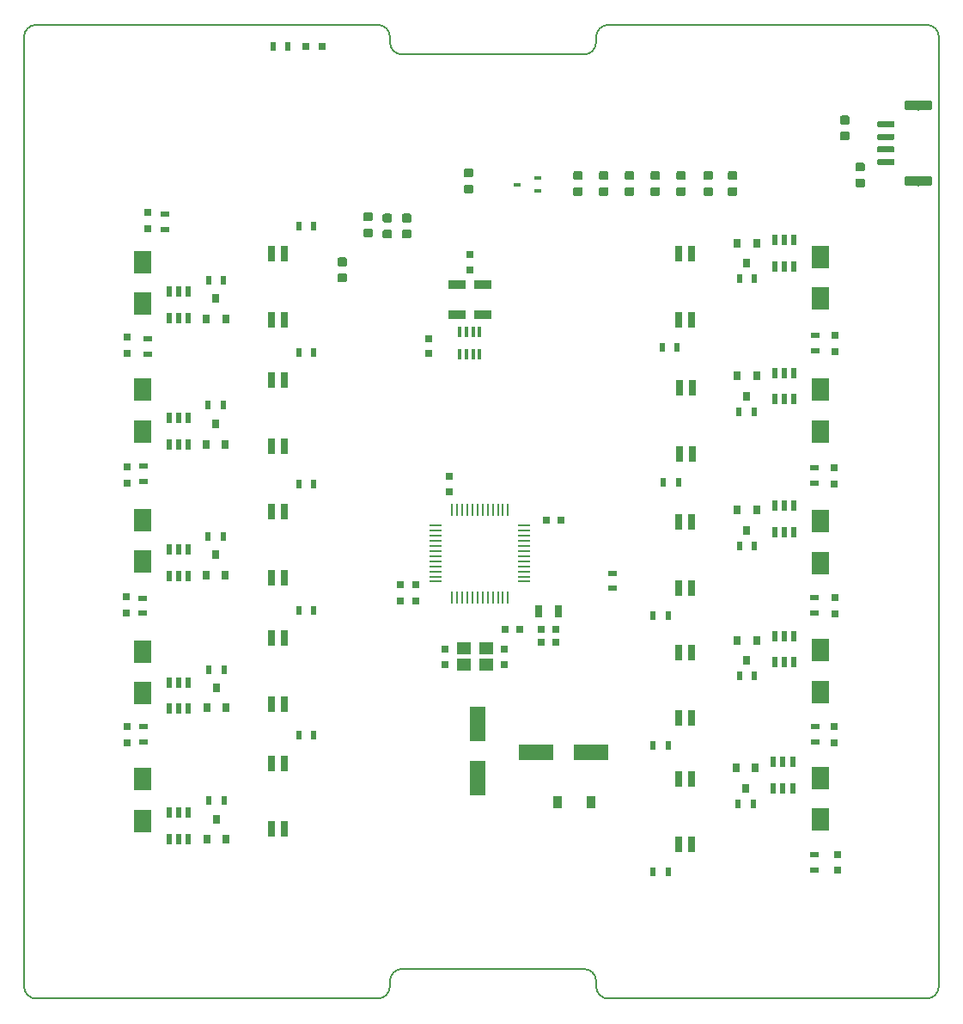
<source format=gbr>
%TF.GenerationSoftware,KiCad,Pcbnew,(5.0.1-3-g963ef8bb5)*%
%TF.CreationDate,2019-04-30T16:07:28+02:00*%
%TF.ProjectId,OIBUS_MOSFET_driver_module,4F494255535F4D4F534645545F647269,rev?*%
%TF.SameCoordinates,Original*%
%TF.FileFunction,Paste,Top*%
%TF.FilePolarity,Positive*%
%FSLAX46Y46*%
G04 Gerber Fmt 4.6, Leading zero omitted, Abs format (unit mm)*
G04 Created by KiCad (PCBNEW (5.0.1-3-g963ef8bb5)) date 2019 April 30, Tuesday 16:07:28*
%MOMM*%
%LPD*%
G01*
G04 APERTURE LIST*
%ADD10C,0.200000*%
%ADD11C,0.150000*%
%ADD12C,1.000000*%
%ADD13C,0.600000*%
%ADD14R,0.750000X0.800000*%
%ADD15R,1.400000X1.200000*%
%ADD16R,1.700000X2.250000*%
%ADD17R,3.500000X1.600000*%
%ADD18R,1.600000X3.500000*%
%ADD19R,0.800000X0.750000*%
%ADD20R,0.700000X0.450000*%
%ADD21R,0.900000X1.200000*%
%ADD22R,0.900000X0.500000*%
%ADD23R,0.700000X1.300000*%
%ADD24R,0.800000X0.800000*%
%ADD25R,0.500000X0.900000*%
%ADD26R,1.700000X0.900000*%
%ADD27R,0.550000X1.050000*%
%ADD28R,0.400000X1.060000*%
%ADD29R,0.250000X1.300000*%
%ADD30R,1.300000X0.250000*%
%ADD31C,0.875000*%
%ADD32R,0.650000X1.650000*%
%ADD33R,0.800000X0.900000*%
G04 APERTURE END LIST*
D10*
X138557000Y-44248000D02*
X138557000Y-137737999D01*
X138557000Y-137737999D02*
G75*
G02X137357000Y-138937999I-1200000J0D01*
G01*
X48387000Y-137738000D02*
X48387000Y-79629000D01*
X49587000Y-138938000D02*
G75*
G02X48387000Y-137738000I0J1200000D01*
G01*
X83257000Y-138937999D02*
X49587000Y-138938000D01*
X84457000Y-137737999D02*
G75*
G02X83257000Y-138937999I-1200000J0D01*
G01*
X84457000Y-137217999D02*
X84457000Y-137737999D01*
X84457000Y-137217999D02*
G75*
G02X85657000Y-136017999I1200000J0D01*
G01*
X103577000Y-136017999D02*
X85657000Y-136017999D01*
X105977000Y-138937999D02*
G75*
G02X104777000Y-137737999I0J1200000D01*
G01*
X137357000Y-138937999D02*
X105977000Y-138937999D01*
X103577000Y-136017999D02*
G75*
G02X104777000Y-137217999I0J-1200000D01*
G01*
X104777000Y-137737999D02*
X104777000Y-137217999D01*
X137357000Y-43048000D02*
G75*
G02X138557000Y-44248000I0J-1200000D01*
G01*
X105977000Y-43048000D02*
X137357000Y-43048000D01*
X104777000Y-44248000D02*
G75*
G02X105977000Y-43048000I1200000J0D01*
G01*
X104777000Y-44768035D02*
X104777000Y-44248000D01*
X104777000Y-44768035D02*
G75*
G02X103577000Y-45968035I-1200000J0D01*
G01*
X85657000Y-45968032D02*
X103577000Y-45968035D01*
X85657000Y-45968032D02*
G75*
G02X84457001Y-44768032I1J1200000D01*
G01*
X84457000Y-44248030D02*
X84457001Y-44768032D01*
X83257001Y-43048030D02*
G75*
G02X84457000Y-44248030I-1J-1200000D01*
G01*
X49587001Y-43048001D02*
X83257001Y-43048030D01*
X48387000Y-44248001D02*
G75*
G02X49587001Y-43048001I1200000J0D01*
G01*
X48386999Y-79658000D02*
X48387000Y-44248001D01*
D11*
G36*
X137676164Y-50477644D02*
X137700433Y-50481244D01*
X137724231Y-50487205D01*
X137747331Y-50495470D01*
X137769509Y-50505960D01*
X137790553Y-50518573D01*
X137810258Y-50533187D01*
X137828437Y-50549663D01*
X137844913Y-50567842D01*
X137859527Y-50587547D01*
X137872140Y-50608591D01*
X137882630Y-50630769D01*
X137890895Y-50653869D01*
X137896856Y-50677667D01*
X137900456Y-50701936D01*
X137901660Y-50726440D01*
X137901660Y-51226440D01*
X137900456Y-51250944D01*
X137896856Y-51275213D01*
X137890895Y-51299011D01*
X137882630Y-51322111D01*
X137872140Y-51344289D01*
X137859527Y-51365333D01*
X137844913Y-51385038D01*
X137828437Y-51403217D01*
X137810258Y-51419693D01*
X137790553Y-51434307D01*
X137769509Y-51446920D01*
X137747331Y-51457410D01*
X137724231Y-51465675D01*
X137700433Y-51471636D01*
X137676164Y-51475236D01*
X137651660Y-51476440D01*
X135451660Y-51476440D01*
X135427156Y-51475236D01*
X135402887Y-51471636D01*
X135379089Y-51465675D01*
X135355989Y-51457410D01*
X135333811Y-51446920D01*
X135312767Y-51434307D01*
X135293062Y-51419693D01*
X135274883Y-51403217D01*
X135258407Y-51385038D01*
X135243793Y-51365333D01*
X135231180Y-51344289D01*
X135220690Y-51322111D01*
X135212425Y-51299011D01*
X135206464Y-51275213D01*
X135202864Y-51250944D01*
X135201660Y-51226440D01*
X135201660Y-50726440D01*
X135202864Y-50701936D01*
X135206464Y-50677667D01*
X135212425Y-50653869D01*
X135220690Y-50630769D01*
X135231180Y-50608591D01*
X135243793Y-50587547D01*
X135258407Y-50567842D01*
X135274883Y-50549663D01*
X135293062Y-50533187D01*
X135312767Y-50518573D01*
X135333811Y-50505960D01*
X135355989Y-50495470D01*
X135379089Y-50487205D01*
X135402887Y-50481244D01*
X135427156Y-50477644D01*
X135451660Y-50476440D01*
X137651660Y-50476440D01*
X137676164Y-50477644D01*
X137676164Y-50477644D01*
G37*
D12*
X136551660Y-50976440D03*
D11*
G36*
X137676164Y-57927644D02*
X137700433Y-57931244D01*
X137724231Y-57937205D01*
X137747331Y-57945470D01*
X137769509Y-57955960D01*
X137790553Y-57968573D01*
X137810258Y-57983187D01*
X137828437Y-57999663D01*
X137844913Y-58017842D01*
X137859527Y-58037547D01*
X137872140Y-58058591D01*
X137882630Y-58080769D01*
X137890895Y-58103869D01*
X137896856Y-58127667D01*
X137900456Y-58151936D01*
X137901660Y-58176440D01*
X137901660Y-58676440D01*
X137900456Y-58700944D01*
X137896856Y-58725213D01*
X137890895Y-58749011D01*
X137882630Y-58772111D01*
X137872140Y-58794289D01*
X137859527Y-58815333D01*
X137844913Y-58835038D01*
X137828437Y-58853217D01*
X137810258Y-58869693D01*
X137790553Y-58884307D01*
X137769509Y-58896920D01*
X137747331Y-58907410D01*
X137724231Y-58915675D01*
X137700433Y-58921636D01*
X137676164Y-58925236D01*
X137651660Y-58926440D01*
X135451660Y-58926440D01*
X135427156Y-58925236D01*
X135402887Y-58921636D01*
X135379089Y-58915675D01*
X135355989Y-58907410D01*
X135333811Y-58896920D01*
X135312767Y-58884307D01*
X135293062Y-58869693D01*
X135274883Y-58853217D01*
X135258407Y-58835038D01*
X135243793Y-58815333D01*
X135231180Y-58794289D01*
X135220690Y-58772111D01*
X135212425Y-58749011D01*
X135206464Y-58725213D01*
X135202864Y-58700944D01*
X135201660Y-58676440D01*
X135201660Y-58176440D01*
X135202864Y-58151936D01*
X135206464Y-58127667D01*
X135212425Y-58103869D01*
X135220690Y-58080769D01*
X135231180Y-58058591D01*
X135243793Y-58037547D01*
X135258407Y-58017842D01*
X135274883Y-57999663D01*
X135293062Y-57983187D01*
X135312767Y-57968573D01*
X135333811Y-57955960D01*
X135355989Y-57945470D01*
X135379089Y-57937205D01*
X135402887Y-57931244D01*
X135427156Y-57927644D01*
X135451660Y-57926440D01*
X137651660Y-57926440D01*
X137676164Y-57927644D01*
X137676164Y-57927644D01*
G37*
D12*
X136551660Y-58426440D03*
D11*
G36*
X134066363Y-52527162D02*
X134080924Y-52529322D01*
X134095203Y-52532899D01*
X134109063Y-52537858D01*
X134122370Y-52544152D01*
X134134996Y-52551720D01*
X134146819Y-52560488D01*
X134157726Y-52570374D01*
X134167612Y-52581281D01*
X134176380Y-52593104D01*
X134183948Y-52605730D01*
X134190242Y-52619037D01*
X134195201Y-52632897D01*
X134198778Y-52647176D01*
X134200938Y-52661737D01*
X134201660Y-52676440D01*
X134201660Y-52976440D01*
X134200938Y-52991143D01*
X134198778Y-53005704D01*
X134195201Y-53019983D01*
X134190242Y-53033843D01*
X134183948Y-53047150D01*
X134176380Y-53059776D01*
X134167612Y-53071599D01*
X134157726Y-53082506D01*
X134146819Y-53092392D01*
X134134996Y-53101160D01*
X134122370Y-53108728D01*
X134109063Y-53115022D01*
X134095203Y-53119981D01*
X134080924Y-53123558D01*
X134066363Y-53125718D01*
X134051660Y-53126440D01*
X132651660Y-53126440D01*
X132636957Y-53125718D01*
X132622396Y-53123558D01*
X132608117Y-53119981D01*
X132594257Y-53115022D01*
X132580950Y-53108728D01*
X132568324Y-53101160D01*
X132556501Y-53092392D01*
X132545594Y-53082506D01*
X132535708Y-53071599D01*
X132526940Y-53059776D01*
X132519372Y-53047150D01*
X132513078Y-53033843D01*
X132508119Y-53019983D01*
X132504542Y-53005704D01*
X132502382Y-52991143D01*
X132501660Y-52976440D01*
X132501660Y-52676440D01*
X132502382Y-52661737D01*
X132504542Y-52647176D01*
X132508119Y-52632897D01*
X132513078Y-52619037D01*
X132519372Y-52605730D01*
X132526940Y-52593104D01*
X132535708Y-52581281D01*
X132545594Y-52570374D01*
X132556501Y-52560488D01*
X132568324Y-52551720D01*
X132580950Y-52544152D01*
X132594257Y-52537858D01*
X132608117Y-52532899D01*
X132622396Y-52529322D01*
X132636957Y-52527162D01*
X132651660Y-52526440D01*
X134051660Y-52526440D01*
X134066363Y-52527162D01*
X134066363Y-52527162D01*
G37*
D13*
X133351660Y-52826440D03*
D11*
G36*
X134066363Y-53777162D02*
X134080924Y-53779322D01*
X134095203Y-53782899D01*
X134109063Y-53787858D01*
X134122370Y-53794152D01*
X134134996Y-53801720D01*
X134146819Y-53810488D01*
X134157726Y-53820374D01*
X134167612Y-53831281D01*
X134176380Y-53843104D01*
X134183948Y-53855730D01*
X134190242Y-53869037D01*
X134195201Y-53882897D01*
X134198778Y-53897176D01*
X134200938Y-53911737D01*
X134201660Y-53926440D01*
X134201660Y-54226440D01*
X134200938Y-54241143D01*
X134198778Y-54255704D01*
X134195201Y-54269983D01*
X134190242Y-54283843D01*
X134183948Y-54297150D01*
X134176380Y-54309776D01*
X134167612Y-54321599D01*
X134157726Y-54332506D01*
X134146819Y-54342392D01*
X134134996Y-54351160D01*
X134122370Y-54358728D01*
X134109063Y-54365022D01*
X134095203Y-54369981D01*
X134080924Y-54373558D01*
X134066363Y-54375718D01*
X134051660Y-54376440D01*
X132651660Y-54376440D01*
X132636957Y-54375718D01*
X132622396Y-54373558D01*
X132608117Y-54369981D01*
X132594257Y-54365022D01*
X132580950Y-54358728D01*
X132568324Y-54351160D01*
X132556501Y-54342392D01*
X132545594Y-54332506D01*
X132535708Y-54321599D01*
X132526940Y-54309776D01*
X132519372Y-54297150D01*
X132513078Y-54283843D01*
X132508119Y-54269983D01*
X132504542Y-54255704D01*
X132502382Y-54241143D01*
X132501660Y-54226440D01*
X132501660Y-53926440D01*
X132502382Y-53911737D01*
X132504542Y-53897176D01*
X132508119Y-53882897D01*
X132513078Y-53869037D01*
X132519372Y-53855730D01*
X132526940Y-53843104D01*
X132535708Y-53831281D01*
X132545594Y-53820374D01*
X132556501Y-53810488D01*
X132568324Y-53801720D01*
X132580950Y-53794152D01*
X132594257Y-53787858D01*
X132608117Y-53782899D01*
X132622396Y-53779322D01*
X132636957Y-53777162D01*
X132651660Y-53776440D01*
X134051660Y-53776440D01*
X134066363Y-53777162D01*
X134066363Y-53777162D01*
G37*
D13*
X133351660Y-54076440D03*
D11*
G36*
X134066363Y-55027162D02*
X134080924Y-55029322D01*
X134095203Y-55032899D01*
X134109063Y-55037858D01*
X134122370Y-55044152D01*
X134134996Y-55051720D01*
X134146819Y-55060488D01*
X134157726Y-55070374D01*
X134167612Y-55081281D01*
X134176380Y-55093104D01*
X134183948Y-55105730D01*
X134190242Y-55119037D01*
X134195201Y-55132897D01*
X134198778Y-55147176D01*
X134200938Y-55161737D01*
X134201660Y-55176440D01*
X134201660Y-55476440D01*
X134200938Y-55491143D01*
X134198778Y-55505704D01*
X134195201Y-55519983D01*
X134190242Y-55533843D01*
X134183948Y-55547150D01*
X134176380Y-55559776D01*
X134167612Y-55571599D01*
X134157726Y-55582506D01*
X134146819Y-55592392D01*
X134134996Y-55601160D01*
X134122370Y-55608728D01*
X134109063Y-55615022D01*
X134095203Y-55619981D01*
X134080924Y-55623558D01*
X134066363Y-55625718D01*
X134051660Y-55626440D01*
X132651660Y-55626440D01*
X132636957Y-55625718D01*
X132622396Y-55623558D01*
X132608117Y-55619981D01*
X132594257Y-55615022D01*
X132580950Y-55608728D01*
X132568324Y-55601160D01*
X132556501Y-55592392D01*
X132545594Y-55582506D01*
X132535708Y-55571599D01*
X132526940Y-55559776D01*
X132519372Y-55547150D01*
X132513078Y-55533843D01*
X132508119Y-55519983D01*
X132504542Y-55505704D01*
X132502382Y-55491143D01*
X132501660Y-55476440D01*
X132501660Y-55176440D01*
X132502382Y-55161737D01*
X132504542Y-55147176D01*
X132508119Y-55132897D01*
X132513078Y-55119037D01*
X132519372Y-55105730D01*
X132526940Y-55093104D01*
X132535708Y-55081281D01*
X132545594Y-55070374D01*
X132556501Y-55060488D01*
X132568324Y-55051720D01*
X132580950Y-55044152D01*
X132594257Y-55037858D01*
X132608117Y-55032899D01*
X132622396Y-55029322D01*
X132636957Y-55027162D01*
X132651660Y-55026440D01*
X134051660Y-55026440D01*
X134066363Y-55027162D01*
X134066363Y-55027162D01*
G37*
D13*
X133351660Y-55326440D03*
D11*
G36*
X134066363Y-56277162D02*
X134080924Y-56279322D01*
X134095203Y-56282899D01*
X134109063Y-56287858D01*
X134122370Y-56294152D01*
X134134996Y-56301720D01*
X134146819Y-56310488D01*
X134157726Y-56320374D01*
X134167612Y-56331281D01*
X134176380Y-56343104D01*
X134183948Y-56355730D01*
X134190242Y-56369037D01*
X134195201Y-56382897D01*
X134198778Y-56397176D01*
X134200938Y-56411737D01*
X134201660Y-56426440D01*
X134201660Y-56726440D01*
X134200938Y-56741143D01*
X134198778Y-56755704D01*
X134195201Y-56769983D01*
X134190242Y-56783843D01*
X134183948Y-56797150D01*
X134176380Y-56809776D01*
X134167612Y-56821599D01*
X134157726Y-56832506D01*
X134146819Y-56842392D01*
X134134996Y-56851160D01*
X134122370Y-56858728D01*
X134109063Y-56865022D01*
X134095203Y-56869981D01*
X134080924Y-56873558D01*
X134066363Y-56875718D01*
X134051660Y-56876440D01*
X132651660Y-56876440D01*
X132636957Y-56875718D01*
X132622396Y-56873558D01*
X132608117Y-56869981D01*
X132594257Y-56865022D01*
X132580950Y-56858728D01*
X132568324Y-56851160D01*
X132556501Y-56842392D01*
X132545594Y-56832506D01*
X132535708Y-56821599D01*
X132526940Y-56809776D01*
X132519372Y-56797150D01*
X132513078Y-56783843D01*
X132508119Y-56769983D01*
X132504542Y-56755704D01*
X132502382Y-56741143D01*
X132501660Y-56726440D01*
X132501660Y-56426440D01*
X132502382Y-56411737D01*
X132504542Y-56397176D01*
X132508119Y-56382897D01*
X132513078Y-56369037D01*
X132519372Y-56355730D01*
X132526940Y-56343104D01*
X132535708Y-56331281D01*
X132545594Y-56320374D01*
X132556501Y-56310488D01*
X132568324Y-56301720D01*
X132580950Y-56294152D01*
X132594257Y-56287858D01*
X132608117Y-56282899D01*
X132622396Y-56279322D01*
X132636957Y-56277162D01*
X132651660Y-56276440D01*
X134051660Y-56276440D01*
X134066363Y-56277162D01*
X134066363Y-56277162D01*
G37*
D13*
X133351660Y-56576440D03*
D14*
X89916000Y-106033000D03*
X89916000Y-104533000D03*
D15*
X91737000Y-104483000D03*
X93937000Y-104483000D03*
X93937000Y-106083000D03*
X91737000Y-106083000D03*
D16*
X60071000Y-70503000D03*
X60071000Y-66403000D03*
D17*
X98900000Y-114681000D03*
X104300000Y-114681000D03*
D18*
X93091000Y-117254000D03*
X93091000Y-111854000D03*
D14*
X92329000Y-65671000D03*
X92329000Y-67171000D03*
X88265000Y-73926000D03*
X88265000Y-75426000D03*
X95758000Y-104533000D03*
X95758000Y-106033000D03*
D19*
X95770000Y-102616000D03*
X97270000Y-102616000D03*
X85483000Y-99822000D03*
X86983000Y-99822000D03*
D14*
X90297000Y-87515000D03*
X90297000Y-89015000D03*
D19*
X86983000Y-98171000D03*
X85483000Y-98171000D03*
X101334000Y-91821000D03*
X99834000Y-91821000D03*
X100826000Y-102539800D03*
X99326000Y-102539800D03*
X99326000Y-103886000D03*
X100826000Y-103886000D03*
D16*
X126873000Y-104630000D03*
X126873000Y-108730000D03*
X126873000Y-121303000D03*
X126873000Y-117203000D03*
X126873000Y-69995000D03*
X126873000Y-65895000D03*
X126873000Y-96030000D03*
X126873000Y-91930000D03*
X60071000Y-91803000D03*
X60071000Y-95903000D03*
X60071000Y-121430000D03*
X60071000Y-117330000D03*
X60071000Y-108857000D03*
X60071000Y-104757000D03*
D20*
X97018600Y-58775600D03*
X99018600Y-58125600D03*
X99018600Y-59425600D03*
D21*
X100966000Y-119634000D03*
X104266000Y-119634000D03*
D16*
X126873000Y-78976000D03*
X126873000Y-83076000D03*
X60071000Y-78976000D03*
X60071000Y-83076000D03*
D22*
X106426000Y-97040000D03*
X106426000Y-98540000D03*
D23*
X99126000Y-100838000D03*
X101026000Y-100838000D03*
D24*
X128270000Y-112128400D03*
X128270000Y-113728400D03*
X128574800Y-126326800D03*
X128574800Y-124726800D03*
X128320800Y-75196600D03*
X128320800Y-73596600D03*
X128295400Y-101053800D03*
X128295400Y-99453800D03*
X60604400Y-61557000D03*
X60604400Y-63157000D03*
X58572400Y-86601400D03*
X58572400Y-88201400D03*
X58547000Y-113728400D03*
X58547000Y-112128400D03*
X58470800Y-101003000D03*
X58470800Y-99403000D03*
X76162000Y-45212000D03*
X77762000Y-45212000D03*
X128270000Y-86677600D03*
X128270000Y-88277600D03*
X58521600Y-75425200D03*
X58521600Y-73825200D03*
D22*
X126339600Y-112153000D03*
X126339600Y-113653000D03*
D25*
X118884000Y-107188000D03*
X120384000Y-107188000D03*
D22*
X126288800Y-126302200D03*
X126288800Y-124802200D03*
D25*
X120257000Y-119761000D03*
X118757000Y-119761000D03*
D22*
X126415800Y-73646600D03*
X126415800Y-75146600D03*
D25*
X118884000Y-68072000D03*
X120384000Y-68072000D03*
D22*
X126263400Y-100978400D03*
X126263400Y-99478400D03*
D25*
X120384000Y-94361000D03*
X118884000Y-94361000D03*
D22*
X62280800Y-61683200D03*
X62280800Y-63183200D03*
D25*
X68060000Y-68199000D03*
X66560000Y-68199000D03*
D22*
X60198000Y-86524400D03*
X60198000Y-88024400D03*
D25*
X66540238Y-93452488D03*
X68040238Y-93452488D03*
D22*
X60198000Y-113653000D03*
X60198000Y-112153000D03*
D25*
X68122620Y-119456583D03*
X66622620Y-119456583D03*
D22*
X60121800Y-99503800D03*
X60121800Y-101003800D03*
D25*
X66598866Y-106530810D03*
X68098866Y-106530810D03*
X111875000Y-114046000D03*
X110375000Y-114046000D03*
X111875000Y-126492000D03*
X110375000Y-126492000D03*
X112764000Y-74803000D03*
X111264000Y-74803000D03*
X110375000Y-101219000D03*
X111875000Y-101219000D03*
X75450000Y-62865000D03*
X76950000Y-62865000D03*
X76950000Y-88265000D03*
X75450000Y-88265000D03*
X76950000Y-113030000D03*
X75450000Y-113030000D03*
X75450000Y-100711000D03*
X76950000Y-100711000D03*
D26*
X91059000Y-68654000D03*
X91059000Y-71554000D03*
X93599000Y-68654000D03*
X93599000Y-71554000D03*
D25*
X72910000Y-45212000D03*
X74410000Y-45212000D03*
D22*
X126288800Y-86702200D03*
X126288800Y-88202200D03*
X60553600Y-75476800D03*
X60553600Y-73976800D03*
D25*
X118872000Y-81153000D03*
X120372000Y-81153000D03*
X68037985Y-80439617D03*
X66537985Y-80439617D03*
X111391000Y-88138000D03*
X112891000Y-88138000D03*
X75450000Y-75311000D03*
X76950000Y-75311000D03*
D27*
X124267000Y-105821000D03*
X123317000Y-105821000D03*
X122367000Y-105821000D03*
X122367000Y-103221000D03*
X123317000Y-103221000D03*
X124267000Y-103221000D03*
X124140000Y-115637000D03*
X123190000Y-115637000D03*
X122240000Y-115637000D03*
X122240000Y-118237000D03*
X123190000Y-118237000D03*
X124140000Y-118237000D03*
X124267000Y-64232000D03*
X123317000Y-64232000D03*
X122367000Y-64232000D03*
X122367000Y-66832000D03*
X123317000Y-66832000D03*
X124267000Y-66832000D03*
X124267000Y-92994000D03*
X123317000Y-92994000D03*
X122367000Y-92994000D03*
X122367000Y-90394000D03*
X123317000Y-90394000D03*
X124267000Y-90394000D03*
X62677000Y-69312000D03*
X63627000Y-69312000D03*
X64577000Y-69312000D03*
X64577000Y-71912000D03*
X63627000Y-71912000D03*
X62677000Y-71912000D03*
X62677000Y-97312000D03*
X63627000Y-97312000D03*
X64577000Y-97312000D03*
X64577000Y-94712000D03*
X63627000Y-94712000D03*
X62677000Y-94712000D03*
X62677000Y-123220000D03*
X63627000Y-123220000D03*
X64577000Y-123220000D03*
X64577000Y-120620000D03*
X63627000Y-120620000D03*
X62677000Y-120620000D03*
X62677000Y-107793000D03*
X63627000Y-107793000D03*
X64577000Y-107793000D03*
X64577000Y-110393000D03*
X63627000Y-110393000D03*
X62677000Y-110393000D03*
X124267000Y-77313000D03*
X123317000Y-77313000D03*
X122367000Y-77313000D03*
X122367000Y-79913000D03*
X123317000Y-79913000D03*
X124267000Y-79913000D03*
X62677000Y-81758000D03*
X63627000Y-81758000D03*
X64577000Y-81758000D03*
X64577000Y-84358000D03*
X63627000Y-84358000D03*
X62677000Y-84358000D03*
D28*
X91349000Y-73322000D03*
X91999000Y-73322000D03*
X92659000Y-73322000D03*
X93309000Y-73322000D03*
X93309000Y-75522000D03*
X92659000Y-75522000D03*
X91999000Y-75522000D03*
X91349000Y-75522000D03*
D29*
X90595000Y-99473000D03*
X91095000Y-99473000D03*
X91595000Y-99473000D03*
X92095000Y-99473000D03*
X92595000Y-99473000D03*
X93095000Y-99473000D03*
X93595000Y-99473000D03*
X94095000Y-99473000D03*
X94595000Y-99473000D03*
X95095000Y-99473000D03*
X95595000Y-99473000D03*
X96095000Y-99473000D03*
D30*
X97695000Y-97873000D03*
X97695000Y-97373000D03*
X97695000Y-96873000D03*
X97695000Y-96373000D03*
X97695000Y-95873000D03*
X97695000Y-95373000D03*
X97695000Y-94873000D03*
X97695000Y-94373000D03*
X97695000Y-93873000D03*
X97695000Y-93373000D03*
X97695000Y-92873000D03*
X97695000Y-92373000D03*
D29*
X96095000Y-90773000D03*
X95595000Y-90773000D03*
X95095000Y-90773000D03*
X94595000Y-90773000D03*
X94095000Y-90773000D03*
X93595000Y-90773000D03*
X93095000Y-90773000D03*
X92595000Y-90773000D03*
X92095000Y-90773000D03*
X91595000Y-90773000D03*
X91095000Y-90773000D03*
X90595000Y-90773000D03*
D30*
X88995000Y-92373000D03*
X88995000Y-92873000D03*
X88995000Y-93373000D03*
X88995000Y-93873000D03*
X88995000Y-94373000D03*
X88995000Y-94873000D03*
X88995000Y-95373000D03*
X88995000Y-95873000D03*
X88995000Y-96373000D03*
X88995000Y-96873000D03*
X88995000Y-97373000D03*
X88995000Y-97873000D03*
D11*
G36*
X129563691Y-53564053D02*
X129584926Y-53567203D01*
X129605750Y-53572419D01*
X129625962Y-53579651D01*
X129645368Y-53588830D01*
X129663781Y-53599866D01*
X129681024Y-53612654D01*
X129696930Y-53627070D01*
X129711346Y-53642976D01*
X129724134Y-53660219D01*
X129735170Y-53678632D01*
X129744349Y-53698038D01*
X129751581Y-53718250D01*
X129756797Y-53739074D01*
X129759947Y-53760309D01*
X129761000Y-53781750D01*
X129761000Y-54219250D01*
X129759947Y-54240691D01*
X129756797Y-54261926D01*
X129751581Y-54282750D01*
X129744349Y-54302962D01*
X129735170Y-54322368D01*
X129724134Y-54340781D01*
X129711346Y-54358024D01*
X129696930Y-54373930D01*
X129681024Y-54388346D01*
X129663781Y-54401134D01*
X129645368Y-54412170D01*
X129625962Y-54421349D01*
X129605750Y-54428581D01*
X129584926Y-54433797D01*
X129563691Y-54436947D01*
X129542250Y-54438000D01*
X129029750Y-54438000D01*
X129008309Y-54436947D01*
X128987074Y-54433797D01*
X128966250Y-54428581D01*
X128946038Y-54421349D01*
X128926632Y-54412170D01*
X128908219Y-54401134D01*
X128890976Y-54388346D01*
X128875070Y-54373930D01*
X128860654Y-54358024D01*
X128847866Y-54340781D01*
X128836830Y-54322368D01*
X128827651Y-54302962D01*
X128820419Y-54282750D01*
X128815203Y-54261926D01*
X128812053Y-54240691D01*
X128811000Y-54219250D01*
X128811000Y-53781750D01*
X128812053Y-53760309D01*
X128815203Y-53739074D01*
X128820419Y-53718250D01*
X128827651Y-53698038D01*
X128836830Y-53678632D01*
X128847866Y-53660219D01*
X128860654Y-53642976D01*
X128875070Y-53627070D01*
X128890976Y-53612654D01*
X128908219Y-53599866D01*
X128926632Y-53588830D01*
X128946038Y-53579651D01*
X128966250Y-53572419D01*
X128987074Y-53567203D01*
X129008309Y-53564053D01*
X129029750Y-53563000D01*
X129542250Y-53563000D01*
X129563691Y-53564053D01*
X129563691Y-53564053D01*
G37*
D31*
X129286000Y-54000500D03*
D11*
G36*
X129563691Y-51989053D02*
X129584926Y-51992203D01*
X129605750Y-51997419D01*
X129625962Y-52004651D01*
X129645368Y-52013830D01*
X129663781Y-52024866D01*
X129681024Y-52037654D01*
X129696930Y-52052070D01*
X129711346Y-52067976D01*
X129724134Y-52085219D01*
X129735170Y-52103632D01*
X129744349Y-52123038D01*
X129751581Y-52143250D01*
X129756797Y-52164074D01*
X129759947Y-52185309D01*
X129761000Y-52206750D01*
X129761000Y-52644250D01*
X129759947Y-52665691D01*
X129756797Y-52686926D01*
X129751581Y-52707750D01*
X129744349Y-52727962D01*
X129735170Y-52747368D01*
X129724134Y-52765781D01*
X129711346Y-52783024D01*
X129696930Y-52798930D01*
X129681024Y-52813346D01*
X129663781Y-52826134D01*
X129645368Y-52837170D01*
X129625962Y-52846349D01*
X129605750Y-52853581D01*
X129584926Y-52858797D01*
X129563691Y-52861947D01*
X129542250Y-52863000D01*
X129029750Y-52863000D01*
X129008309Y-52861947D01*
X128987074Y-52858797D01*
X128966250Y-52853581D01*
X128946038Y-52846349D01*
X128926632Y-52837170D01*
X128908219Y-52826134D01*
X128890976Y-52813346D01*
X128875070Y-52798930D01*
X128860654Y-52783024D01*
X128847866Y-52765781D01*
X128836830Y-52747368D01*
X128827651Y-52727962D01*
X128820419Y-52707750D01*
X128815203Y-52686926D01*
X128812053Y-52665691D01*
X128811000Y-52644250D01*
X128811000Y-52206750D01*
X128812053Y-52185309D01*
X128815203Y-52164074D01*
X128820419Y-52143250D01*
X128827651Y-52123038D01*
X128836830Y-52103632D01*
X128847866Y-52085219D01*
X128860654Y-52067976D01*
X128875070Y-52052070D01*
X128890976Y-52037654D01*
X128908219Y-52024866D01*
X128926632Y-52013830D01*
X128946038Y-52004651D01*
X128966250Y-51997419D01*
X128987074Y-51992203D01*
X129008309Y-51989053D01*
X129029750Y-51988000D01*
X129542250Y-51988000D01*
X129563691Y-51989053D01*
X129563691Y-51989053D01*
G37*
D31*
X129286000Y-52425500D03*
D11*
G36*
X82573691Y-61514053D02*
X82594926Y-61517203D01*
X82615750Y-61522419D01*
X82635962Y-61529651D01*
X82655368Y-61538830D01*
X82673781Y-61549866D01*
X82691024Y-61562654D01*
X82706930Y-61577070D01*
X82721346Y-61592976D01*
X82734134Y-61610219D01*
X82745170Y-61628632D01*
X82754349Y-61648038D01*
X82761581Y-61668250D01*
X82766797Y-61689074D01*
X82769947Y-61710309D01*
X82771000Y-61731750D01*
X82771000Y-62169250D01*
X82769947Y-62190691D01*
X82766797Y-62211926D01*
X82761581Y-62232750D01*
X82754349Y-62252962D01*
X82745170Y-62272368D01*
X82734134Y-62290781D01*
X82721346Y-62308024D01*
X82706930Y-62323930D01*
X82691024Y-62338346D01*
X82673781Y-62351134D01*
X82655368Y-62362170D01*
X82635962Y-62371349D01*
X82615750Y-62378581D01*
X82594926Y-62383797D01*
X82573691Y-62386947D01*
X82552250Y-62388000D01*
X82039750Y-62388000D01*
X82018309Y-62386947D01*
X81997074Y-62383797D01*
X81976250Y-62378581D01*
X81956038Y-62371349D01*
X81936632Y-62362170D01*
X81918219Y-62351134D01*
X81900976Y-62338346D01*
X81885070Y-62323930D01*
X81870654Y-62308024D01*
X81857866Y-62290781D01*
X81846830Y-62272368D01*
X81837651Y-62252962D01*
X81830419Y-62232750D01*
X81825203Y-62211926D01*
X81822053Y-62190691D01*
X81821000Y-62169250D01*
X81821000Y-61731750D01*
X81822053Y-61710309D01*
X81825203Y-61689074D01*
X81830419Y-61668250D01*
X81837651Y-61648038D01*
X81846830Y-61628632D01*
X81857866Y-61610219D01*
X81870654Y-61592976D01*
X81885070Y-61577070D01*
X81900976Y-61562654D01*
X81918219Y-61549866D01*
X81936632Y-61538830D01*
X81956038Y-61529651D01*
X81976250Y-61522419D01*
X81997074Y-61517203D01*
X82018309Y-61514053D01*
X82039750Y-61513000D01*
X82552250Y-61513000D01*
X82573691Y-61514053D01*
X82573691Y-61514053D01*
G37*
D31*
X82296000Y-61950500D03*
D11*
G36*
X82573691Y-63089053D02*
X82594926Y-63092203D01*
X82615750Y-63097419D01*
X82635962Y-63104651D01*
X82655368Y-63113830D01*
X82673781Y-63124866D01*
X82691024Y-63137654D01*
X82706930Y-63152070D01*
X82721346Y-63167976D01*
X82734134Y-63185219D01*
X82745170Y-63203632D01*
X82754349Y-63223038D01*
X82761581Y-63243250D01*
X82766797Y-63264074D01*
X82769947Y-63285309D01*
X82771000Y-63306750D01*
X82771000Y-63744250D01*
X82769947Y-63765691D01*
X82766797Y-63786926D01*
X82761581Y-63807750D01*
X82754349Y-63827962D01*
X82745170Y-63847368D01*
X82734134Y-63865781D01*
X82721346Y-63883024D01*
X82706930Y-63898930D01*
X82691024Y-63913346D01*
X82673781Y-63926134D01*
X82655368Y-63937170D01*
X82635962Y-63946349D01*
X82615750Y-63953581D01*
X82594926Y-63958797D01*
X82573691Y-63961947D01*
X82552250Y-63963000D01*
X82039750Y-63963000D01*
X82018309Y-63961947D01*
X81997074Y-63958797D01*
X81976250Y-63953581D01*
X81956038Y-63946349D01*
X81936632Y-63937170D01*
X81918219Y-63926134D01*
X81900976Y-63913346D01*
X81885070Y-63898930D01*
X81870654Y-63883024D01*
X81857866Y-63865781D01*
X81846830Y-63847368D01*
X81837651Y-63827962D01*
X81830419Y-63807750D01*
X81825203Y-63786926D01*
X81822053Y-63765691D01*
X81821000Y-63744250D01*
X81821000Y-63306750D01*
X81822053Y-63285309D01*
X81825203Y-63264074D01*
X81830419Y-63243250D01*
X81837651Y-63223038D01*
X81846830Y-63203632D01*
X81857866Y-63185219D01*
X81870654Y-63167976D01*
X81885070Y-63152070D01*
X81900976Y-63137654D01*
X81918219Y-63124866D01*
X81936632Y-63113830D01*
X81956038Y-63104651D01*
X81976250Y-63097419D01*
X81997074Y-63092203D01*
X82018309Y-63089053D01*
X82039750Y-63088000D01*
X82552250Y-63088000D01*
X82573691Y-63089053D01*
X82573691Y-63089053D01*
G37*
D31*
X82296000Y-63525500D03*
D11*
G36*
X80033691Y-67534053D02*
X80054926Y-67537203D01*
X80075750Y-67542419D01*
X80095962Y-67549651D01*
X80115368Y-67558830D01*
X80133781Y-67569866D01*
X80151024Y-67582654D01*
X80166930Y-67597070D01*
X80181346Y-67612976D01*
X80194134Y-67630219D01*
X80205170Y-67648632D01*
X80214349Y-67668038D01*
X80221581Y-67688250D01*
X80226797Y-67709074D01*
X80229947Y-67730309D01*
X80231000Y-67751750D01*
X80231000Y-68189250D01*
X80229947Y-68210691D01*
X80226797Y-68231926D01*
X80221581Y-68252750D01*
X80214349Y-68272962D01*
X80205170Y-68292368D01*
X80194134Y-68310781D01*
X80181346Y-68328024D01*
X80166930Y-68343930D01*
X80151024Y-68358346D01*
X80133781Y-68371134D01*
X80115368Y-68382170D01*
X80095962Y-68391349D01*
X80075750Y-68398581D01*
X80054926Y-68403797D01*
X80033691Y-68406947D01*
X80012250Y-68408000D01*
X79499750Y-68408000D01*
X79478309Y-68406947D01*
X79457074Y-68403797D01*
X79436250Y-68398581D01*
X79416038Y-68391349D01*
X79396632Y-68382170D01*
X79378219Y-68371134D01*
X79360976Y-68358346D01*
X79345070Y-68343930D01*
X79330654Y-68328024D01*
X79317866Y-68310781D01*
X79306830Y-68292368D01*
X79297651Y-68272962D01*
X79290419Y-68252750D01*
X79285203Y-68231926D01*
X79282053Y-68210691D01*
X79281000Y-68189250D01*
X79281000Y-67751750D01*
X79282053Y-67730309D01*
X79285203Y-67709074D01*
X79290419Y-67688250D01*
X79297651Y-67668038D01*
X79306830Y-67648632D01*
X79317866Y-67630219D01*
X79330654Y-67612976D01*
X79345070Y-67597070D01*
X79360976Y-67582654D01*
X79378219Y-67569866D01*
X79396632Y-67558830D01*
X79416038Y-67549651D01*
X79436250Y-67542419D01*
X79457074Y-67537203D01*
X79478309Y-67534053D01*
X79499750Y-67533000D01*
X80012250Y-67533000D01*
X80033691Y-67534053D01*
X80033691Y-67534053D01*
G37*
D31*
X79756000Y-67970500D03*
D11*
G36*
X80033691Y-65959053D02*
X80054926Y-65962203D01*
X80075750Y-65967419D01*
X80095962Y-65974651D01*
X80115368Y-65983830D01*
X80133781Y-65994866D01*
X80151024Y-66007654D01*
X80166930Y-66022070D01*
X80181346Y-66037976D01*
X80194134Y-66055219D01*
X80205170Y-66073632D01*
X80214349Y-66093038D01*
X80221581Y-66113250D01*
X80226797Y-66134074D01*
X80229947Y-66155309D01*
X80231000Y-66176750D01*
X80231000Y-66614250D01*
X80229947Y-66635691D01*
X80226797Y-66656926D01*
X80221581Y-66677750D01*
X80214349Y-66697962D01*
X80205170Y-66717368D01*
X80194134Y-66735781D01*
X80181346Y-66753024D01*
X80166930Y-66768930D01*
X80151024Y-66783346D01*
X80133781Y-66796134D01*
X80115368Y-66807170D01*
X80095962Y-66816349D01*
X80075750Y-66823581D01*
X80054926Y-66828797D01*
X80033691Y-66831947D01*
X80012250Y-66833000D01*
X79499750Y-66833000D01*
X79478309Y-66831947D01*
X79457074Y-66828797D01*
X79436250Y-66823581D01*
X79416038Y-66816349D01*
X79396632Y-66807170D01*
X79378219Y-66796134D01*
X79360976Y-66783346D01*
X79345070Y-66768930D01*
X79330654Y-66753024D01*
X79317866Y-66735781D01*
X79306830Y-66717368D01*
X79297651Y-66697962D01*
X79290419Y-66677750D01*
X79285203Y-66656926D01*
X79282053Y-66635691D01*
X79281000Y-66614250D01*
X79281000Y-66176750D01*
X79282053Y-66155309D01*
X79285203Y-66134074D01*
X79290419Y-66113250D01*
X79297651Y-66093038D01*
X79306830Y-66073632D01*
X79317866Y-66055219D01*
X79330654Y-66037976D01*
X79345070Y-66022070D01*
X79360976Y-66007654D01*
X79378219Y-65994866D01*
X79396632Y-65983830D01*
X79416038Y-65974651D01*
X79436250Y-65967419D01*
X79457074Y-65962203D01*
X79478309Y-65959053D01*
X79499750Y-65958000D01*
X80012250Y-65958000D01*
X80033691Y-65959053D01*
X80033691Y-65959053D01*
G37*
D31*
X79756000Y-66395500D03*
D11*
G36*
X84478691Y-61641053D02*
X84499926Y-61644203D01*
X84520750Y-61649419D01*
X84540962Y-61656651D01*
X84560368Y-61665830D01*
X84578781Y-61676866D01*
X84596024Y-61689654D01*
X84611930Y-61704070D01*
X84626346Y-61719976D01*
X84639134Y-61737219D01*
X84650170Y-61755632D01*
X84659349Y-61775038D01*
X84666581Y-61795250D01*
X84671797Y-61816074D01*
X84674947Y-61837309D01*
X84676000Y-61858750D01*
X84676000Y-62296250D01*
X84674947Y-62317691D01*
X84671797Y-62338926D01*
X84666581Y-62359750D01*
X84659349Y-62379962D01*
X84650170Y-62399368D01*
X84639134Y-62417781D01*
X84626346Y-62435024D01*
X84611930Y-62450930D01*
X84596024Y-62465346D01*
X84578781Y-62478134D01*
X84560368Y-62489170D01*
X84540962Y-62498349D01*
X84520750Y-62505581D01*
X84499926Y-62510797D01*
X84478691Y-62513947D01*
X84457250Y-62515000D01*
X83944750Y-62515000D01*
X83923309Y-62513947D01*
X83902074Y-62510797D01*
X83881250Y-62505581D01*
X83861038Y-62498349D01*
X83841632Y-62489170D01*
X83823219Y-62478134D01*
X83805976Y-62465346D01*
X83790070Y-62450930D01*
X83775654Y-62435024D01*
X83762866Y-62417781D01*
X83751830Y-62399368D01*
X83742651Y-62379962D01*
X83735419Y-62359750D01*
X83730203Y-62338926D01*
X83727053Y-62317691D01*
X83726000Y-62296250D01*
X83726000Y-61858750D01*
X83727053Y-61837309D01*
X83730203Y-61816074D01*
X83735419Y-61795250D01*
X83742651Y-61775038D01*
X83751830Y-61755632D01*
X83762866Y-61737219D01*
X83775654Y-61719976D01*
X83790070Y-61704070D01*
X83805976Y-61689654D01*
X83823219Y-61676866D01*
X83841632Y-61665830D01*
X83861038Y-61656651D01*
X83881250Y-61649419D01*
X83902074Y-61644203D01*
X83923309Y-61641053D01*
X83944750Y-61640000D01*
X84457250Y-61640000D01*
X84478691Y-61641053D01*
X84478691Y-61641053D01*
G37*
D31*
X84201000Y-62077500D03*
D11*
G36*
X84478691Y-63216053D02*
X84499926Y-63219203D01*
X84520750Y-63224419D01*
X84540962Y-63231651D01*
X84560368Y-63240830D01*
X84578781Y-63251866D01*
X84596024Y-63264654D01*
X84611930Y-63279070D01*
X84626346Y-63294976D01*
X84639134Y-63312219D01*
X84650170Y-63330632D01*
X84659349Y-63350038D01*
X84666581Y-63370250D01*
X84671797Y-63391074D01*
X84674947Y-63412309D01*
X84676000Y-63433750D01*
X84676000Y-63871250D01*
X84674947Y-63892691D01*
X84671797Y-63913926D01*
X84666581Y-63934750D01*
X84659349Y-63954962D01*
X84650170Y-63974368D01*
X84639134Y-63992781D01*
X84626346Y-64010024D01*
X84611930Y-64025930D01*
X84596024Y-64040346D01*
X84578781Y-64053134D01*
X84560368Y-64064170D01*
X84540962Y-64073349D01*
X84520750Y-64080581D01*
X84499926Y-64085797D01*
X84478691Y-64088947D01*
X84457250Y-64090000D01*
X83944750Y-64090000D01*
X83923309Y-64088947D01*
X83902074Y-64085797D01*
X83881250Y-64080581D01*
X83861038Y-64073349D01*
X83841632Y-64064170D01*
X83823219Y-64053134D01*
X83805976Y-64040346D01*
X83790070Y-64025930D01*
X83775654Y-64010024D01*
X83762866Y-63992781D01*
X83751830Y-63974368D01*
X83742651Y-63954962D01*
X83735419Y-63934750D01*
X83730203Y-63913926D01*
X83727053Y-63892691D01*
X83726000Y-63871250D01*
X83726000Y-63433750D01*
X83727053Y-63412309D01*
X83730203Y-63391074D01*
X83735419Y-63370250D01*
X83742651Y-63350038D01*
X83751830Y-63330632D01*
X83762866Y-63312219D01*
X83775654Y-63294976D01*
X83790070Y-63279070D01*
X83805976Y-63264654D01*
X83823219Y-63251866D01*
X83841632Y-63240830D01*
X83861038Y-63231651D01*
X83881250Y-63224419D01*
X83902074Y-63219203D01*
X83923309Y-63216053D01*
X83944750Y-63215000D01*
X84457250Y-63215000D01*
X84478691Y-63216053D01*
X84478691Y-63216053D01*
G37*
D31*
X84201000Y-63652500D03*
D11*
G36*
X86383691Y-63216053D02*
X86404926Y-63219203D01*
X86425750Y-63224419D01*
X86445962Y-63231651D01*
X86465368Y-63240830D01*
X86483781Y-63251866D01*
X86501024Y-63264654D01*
X86516930Y-63279070D01*
X86531346Y-63294976D01*
X86544134Y-63312219D01*
X86555170Y-63330632D01*
X86564349Y-63350038D01*
X86571581Y-63370250D01*
X86576797Y-63391074D01*
X86579947Y-63412309D01*
X86581000Y-63433750D01*
X86581000Y-63871250D01*
X86579947Y-63892691D01*
X86576797Y-63913926D01*
X86571581Y-63934750D01*
X86564349Y-63954962D01*
X86555170Y-63974368D01*
X86544134Y-63992781D01*
X86531346Y-64010024D01*
X86516930Y-64025930D01*
X86501024Y-64040346D01*
X86483781Y-64053134D01*
X86465368Y-64064170D01*
X86445962Y-64073349D01*
X86425750Y-64080581D01*
X86404926Y-64085797D01*
X86383691Y-64088947D01*
X86362250Y-64090000D01*
X85849750Y-64090000D01*
X85828309Y-64088947D01*
X85807074Y-64085797D01*
X85786250Y-64080581D01*
X85766038Y-64073349D01*
X85746632Y-64064170D01*
X85728219Y-64053134D01*
X85710976Y-64040346D01*
X85695070Y-64025930D01*
X85680654Y-64010024D01*
X85667866Y-63992781D01*
X85656830Y-63974368D01*
X85647651Y-63954962D01*
X85640419Y-63934750D01*
X85635203Y-63913926D01*
X85632053Y-63892691D01*
X85631000Y-63871250D01*
X85631000Y-63433750D01*
X85632053Y-63412309D01*
X85635203Y-63391074D01*
X85640419Y-63370250D01*
X85647651Y-63350038D01*
X85656830Y-63330632D01*
X85667866Y-63312219D01*
X85680654Y-63294976D01*
X85695070Y-63279070D01*
X85710976Y-63264654D01*
X85728219Y-63251866D01*
X85746632Y-63240830D01*
X85766038Y-63231651D01*
X85786250Y-63224419D01*
X85807074Y-63219203D01*
X85828309Y-63216053D01*
X85849750Y-63215000D01*
X86362250Y-63215000D01*
X86383691Y-63216053D01*
X86383691Y-63216053D01*
G37*
D31*
X86106000Y-63652500D03*
D11*
G36*
X86383691Y-61641053D02*
X86404926Y-61644203D01*
X86425750Y-61649419D01*
X86445962Y-61656651D01*
X86465368Y-61665830D01*
X86483781Y-61676866D01*
X86501024Y-61689654D01*
X86516930Y-61704070D01*
X86531346Y-61719976D01*
X86544134Y-61737219D01*
X86555170Y-61755632D01*
X86564349Y-61775038D01*
X86571581Y-61795250D01*
X86576797Y-61816074D01*
X86579947Y-61837309D01*
X86581000Y-61858750D01*
X86581000Y-62296250D01*
X86579947Y-62317691D01*
X86576797Y-62338926D01*
X86571581Y-62359750D01*
X86564349Y-62379962D01*
X86555170Y-62399368D01*
X86544134Y-62417781D01*
X86531346Y-62435024D01*
X86516930Y-62450930D01*
X86501024Y-62465346D01*
X86483781Y-62478134D01*
X86465368Y-62489170D01*
X86445962Y-62498349D01*
X86425750Y-62505581D01*
X86404926Y-62510797D01*
X86383691Y-62513947D01*
X86362250Y-62515000D01*
X85849750Y-62515000D01*
X85828309Y-62513947D01*
X85807074Y-62510797D01*
X85786250Y-62505581D01*
X85766038Y-62498349D01*
X85746632Y-62489170D01*
X85728219Y-62478134D01*
X85710976Y-62465346D01*
X85695070Y-62450930D01*
X85680654Y-62435024D01*
X85667866Y-62417781D01*
X85656830Y-62399368D01*
X85647651Y-62379962D01*
X85640419Y-62359750D01*
X85635203Y-62338926D01*
X85632053Y-62317691D01*
X85631000Y-62296250D01*
X85631000Y-61858750D01*
X85632053Y-61837309D01*
X85635203Y-61816074D01*
X85640419Y-61795250D01*
X85647651Y-61775038D01*
X85656830Y-61755632D01*
X85667866Y-61737219D01*
X85680654Y-61719976D01*
X85695070Y-61704070D01*
X85710976Y-61689654D01*
X85728219Y-61676866D01*
X85746632Y-61665830D01*
X85766038Y-61656651D01*
X85786250Y-61649419D01*
X85807074Y-61644203D01*
X85828309Y-61641053D01*
X85849750Y-61640000D01*
X86362250Y-61640000D01*
X86383691Y-61641053D01*
X86383691Y-61641053D01*
G37*
D31*
X86106000Y-62077500D03*
D11*
G36*
X103274691Y-57450053D02*
X103295926Y-57453203D01*
X103316750Y-57458419D01*
X103336962Y-57465651D01*
X103356368Y-57474830D01*
X103374781Y-57485866D01*
X103392024Y-57498654D01*
X103407930Y-57513070D01*
X103422346Y-57528976D01*
X103435134Y-57546219D01*
X103446170Y-57564632D01*
X103455349Y-57584038D01*
X103462581Y-57604250D01*
X103467797Y-57625074D01*
X103470947Y-57646309D01*
X103472000Y-57667750D01*
X103472000Y-58105250D01*
X103470947Y-58126691D01*
X103467797Y-58147926D01*
X103462581Y-58168750D01*
X103455349Y-58188962D01*
X103446170Y-58208368D01*
X103435134Y-58226781D01*
X103422346Y-58244024D01*
X103407930Y-58259930D01*
X103392024Y-58274346D01*
X103374781Y-58287134D01*
X103356368Y-58298170D01*
X103336962Y-58307349D01*
X103316750Y-58314581D01*
X103295926Y-58319797D01*
X103274691Y-58322947D01*
X103253250Y-58324000D01*
X102740750Y-58324000D01*
X102719309Y-58322947D01*
X102698074Y-58319797D01*
X102677250Y-58314581D01*
X102657038Y-58307349D01*
X102637632Y-58298170D01*
X102619219Y-58287134D01*
X102601976Y-58274346D01*
X102586070Y-58259930D01*
X102571654Y-58244024D01*
X102558866Y-58226781D01*
X102547830Y-58208368D01*
X102538651Y-58188962D01*
X102531419Y-58168750D01*
X102526203Y-58147926D01*
X102523053Y-58126691D01*
X102522000Y-58105250D01*
X102522000Y-57667750D01*
X102523053Y-57646309D01*
X102526203Y-57625074D01*
X102531419Y-57604250D01*
X102538651Y-57584038D01*
X102547830Y-57564632D01*
X102558866Y-57546219D01*
X102571654Y-57528976D01*
X102586070Y-57513070D01*
X102601976Y-57498654D01*
X102619219Y-57485866D01*
X102637632Y-57474830D01*
X102657038Y-57465651D01*
X102677250Y-57458419D01*
X102698074Y-57453203D01*
X102719309Y-57450053D01*
X102740750Y-57449000D01*
X103253250Y-57449000D01*
X103274691Y-57450053D01*
X103274691Y-57450053D01*
G37*
D31*
X102997000Y-57886500D03*
D11*
G36*
X103274691Y-59025053D02*
X103295926Y-59028203D01*
X103316750Y-59033419D01*
X103336962Y-59040651D01*
X103356368Y-59049830D01*
X103374781Y-59060866D01*
X103392024Y-59073654D01*
X103407930Y-59088070D01*
X103422346Y-59103976D01*
X103435134Y-59121219D01*
X103446170Y-59139632D01*
X103455349Y-59159038D01*
X103462581Y-59179250D01*
X103467797Y-59200074D01*
X103470947Y-59221309D01*
X103472000Y-59242750D01*
X103472000Y-59680250D01*
X103470947Y-59701691D01*
X103467797Y-59722926D01*
X103462581Y-59743750D01*
X103455349Y-59763962D01*
X103446170Y-59783368D01*
X103435134Y-59801781D01*
X103422346Y-59819024D01*
X103407930Y-59834930D01*
X103392024Y-59849346D01*
X103374781Y-59862134D01*
X103356368Y-59873170D01*
X103336962Y-59882349D01*
X103316750Y-59889581D01*
X103295926Y-59894797D01*
X103274691Y-59897947D01*
X103253250Y-59899000D01*
X102740750Y-59899000D01*
X102719309Y-59897947D01*
X102698074Y-59894797D01*
X102677250Y-59889581D01*
X102657038Y-59882349D01*
X102637632Y-59873170D01*
X102619219Y-59862134D01*
X102601976Y-59849346D01*
X102586070Y-59834930D01*
X102571654Y-59819024D01*
X102558866Y-59801781D01*
X102547830Y-59783368D01*
X102538651Y-59763962D01*
X102531419Y-59743750D01*
X102526203Y-59722926D01*
X102523053Y-59701691D01*
X102522000Y-59680250D01*
X102522000Y-59242750D01*
X102523053Y-59221309D01*
X102526203Y-59200074D01*
X102531419Y-59179250D01*
X102538651Y-59159038D01*
X102547830Y-59139632D01*
X102558866Y-59121219D01*
X102571654Y-59103976D01*
X102586070Y-59088070D01*
X102601976Y-59073654D01*
X102619219Y-59060866D01*
X102637632Y-59049830D01*
X102657038Y-59040651D01*
X102677250Y-59033419D01*
X102698074Y-59028203D01*
X102719309Y-59025053D01*
X102740750Y-59024000D01*
X103253250Y-59024000D01*
X103274691Y-59025053D01*
X103274691Y-59025053D01*
G37*
D31*
X102997000Y-59461500D03*
D11*
G36*
X105814691Y-59025053D02*
X105835926Y-59028203D01*
X105856750Y-59033419D01*
X105876962Y-59040651D01*
X105896368Y-59049830D01*
X105914781Y-59060866D01*
X105932024Y-59073654D01*
X105947930Y-59088070D01*
X105962346Y-59103976D01*
X105975134Y-59121219D01*
X105986170Y-59139632D01*
X105995349Y-59159038D01*
X106002581Y-59179250D01*
X106007797Y-59200074D01*
X106010947Y-59221309D01*
X106012000Y-59242750D01*
X106012000Y-59680250D01*
X106010947Y-59701691D01*
X106007797Y-59722926D01*
X106002581Y-59743750D01*
X105995349Y-59763962D01*
X105986170Y-59783368D01*
X105975134Y-59801781D01*
X105962346Y-59819024D01*
X105947930Y-59834930D01*
X105932024Y-59849346D01*
X105914781Y-59862134D01*
X105896368Y-59873170D01*
X105876962Y-59882349D01*
X105856750Y-59889581D01*
X105835926Y-59894797D01*
X105814691Y-59897947D01*
X105793250Y-59899000D01*
X105280750Y-59899000D01*
X105259309Y-59897947D01*
X105238074Y-59894797D01*
X105217250Y-59889581D01*
X105197038Y-59882349D01*
X105177632Y-59873170D01*
X105159219Y-59862134D01*
X105141976Y-59849346D01*
X105126070Y-59834930D01*
X105111654Y-59819024D01*
X105098866Y-59801781D01*
X105087830Y-59783368D01*
X105078651Y-59763962D01*
X105071419Y-59743750D01*
X105066203Y-59722926D01*
X105063053Y-59701691D01*
X105062000Y-59680250D01*
X105062000Y-59242750D01*
X105063053Y-59221309D01*
X105066203Y-59200074D01*
X105071419Y-59179250D01*
X105078651Y-59159038D01*
X105087830Y-59139632D01*
X105098866Y-59121219D01*
X105111654Y-59103976D01*
X105126070Y-59088070D01*
X105141976Y-59073654D01*
X105159219Y-59060866D01*
X105177632Y-59049830D01*
X105197038Y-59040651D01*
X105217250Y-59033419D01*
X105238074Y-59028203D01*
X105259309Y-59025053D01*
X105280750Y-59024000D01*
X105793250Y-59024000D01*
X105814691Y-59025053D01*
X105814691Y-59025053D01*
G37*
D31*
X105537000Y-59461500D03*
D11*
G36*
X105814691Y-57450053D02*
X105835926Y-57453203D01*
X105856750Y-57458419D01*
X105876962Y-57465651D01*
X105896368Y-57474830D01*
X105914781Y-57485866D01*
X105932024Y-57498654D01*
X105947930Y-57513070D01*
X105962346Y-57528976D01*
X105975134Y-57546219D01*
X105986170Y-57564632D01*
X105995349Y-57584038D01*
X106002581Y-57604250D01*
X106007797Y-57625074D01*
X106010947Y-57646309D01*
X106012000Y-57667750D01*
X106012000Y-58105250D01*
X106010947Y-58126691D01*
X106007797Y-58147926D01*
X106002581Y-58168750D01*
X105995349Y-58188962D01*
X105986170Y-58208368D01*
X105975134Y-58226781D01*
X105962346Y-58244024D01*
X105947930Y-58259930D01*
X105932024Y-58274346D01*
X105914781Y-58287134D01*
X105896368Y-58298170D01*
X105876962Y-58307349D01*
X105856750Y-58314581D01*
X105835926Y-58319797D01*
X105814691Y-58322947D01*
X105793250Y-58324000D01*
X105280750Y-58324000D01*
X105259309Y-58322947D01*
X105238074Y-58319797D01*
X105217250Y-58314581D01*
X105197038Y-58307349D01*
X105177632Y-58298170D01*
X105159219Y-58287134D01*
X105141976Y-58274346D01*
X105126070Y-58259930D01*
X105111654Y-58244024D01*
X105098866Y-58226781D01*
X105087830Y-58208368D01*
X105078651Y-58188962D01*
X105071419Y-58168750D01*
X105066203Y-58147926D01*
X105063053Y-58126691D01*
X105062000Y-58105250D01*
X105062000Y-57667750D01*
X105063053Y-57646309D01*
X105066203Y-57625074D01*
X105071419Y-57604250D01*
X105078651Y-57584038D01*
X105087830Y-57564632D01*
X105098866Y-57546219D01*
X105111654Y-57528976D01*
X105126070Y-57513070D01*
X105141976Y-57498654D01*
X105159219Y-57485866D01*
X105177632Y-57474830D01*
X105197038Y-57465651D01*
X105217250Y-57458419D01*
X105238074Y-57453203D01*
X105259309Y-57450053D01*
X105280750Y-57449000D01*
X105793250Y-57449000D01*
X105814691Y-57450053D01*
X105814691Y-57450053D01*
G37*
D31*
X105537000Y-57886500D03*
D11*
G36*
X108354691Y-57450053D02*
X108375926Y-57453203D01*
X108396750Y-57458419D01*
X108416962Y-57465651D01*
X108436368Y-57474830D01*
X108454781Y-57485866D01*
X108472024Y-57498654D01*
X108487930Y-57513070D01*
X108502346Y-57528976D01*
X108515134Y-57546219D01*
X108526170Y-57564632D01*
X108535349Y-57584038D01*
X108542581Y-57604250D01*
X108547797Y-57625074D01*
X108550947Y-57646309D01*
X108552000Y-57667750D01*
X108552000Y-58105250D01*
X108550947Y-58126691D01*
X108547797Y-58147926D01*
X108542581Y-58168750D01*
X108535349Y-58188962D01*
X108526170Y-58208368D01*
X108515134Y-58226781D01*
X108502346Y-58244024D01*
X108487930Y-58259930D01*
X108472024Y-58274346D01*
X108454781Y-58287134D01*
X108436368Y-58298170D01*
X108416962Y-58307349D01*
X108396750Y-58314581D01*
X108375926Y-58319797D01*
X108354691Y-58322947D01*
X108333250Y-58324000D01*
X107820750Y-58324000D01*
X107799309Y-58322947D01*
X107778074Y-58319797D01*
X107757250Y-58314581D01*
X107737038Y-58307349D01*
X107717632Y-58298170D01*
X107699219Y-58287134D01*
X107681976Y-58274346D01*
X107666070Y-58259930D01*
X107651654Y-58244024D01*
X107638866Y-58226781D01*
X107627830Y-58208368D01*
X107618651Y-58188962D01*
X107611419Y-58168750D01*
X107606203Y-58147926D01*
X107603053Y-58126691D01*
X107602000Y-58105250D01*
X107602000Y-57667750D01*
X107603053Y-57646309D01*
X107606203Y-57625074D01*
X107611419Y-57604250D01*
X107618651Y-57584038D01*
X107627830Y-57564632D01*
X107638866Y-57546219D01*
X107651654Y-57528976D01*
X107666070Y-57513070D01*
X107681976Y-57498654D01*
X107699219Y-57485866D01*
X107717632Y-57474830D01*
X107737038Y-57465651D01*
X107757250Y-57458419D01*
X107778074Y-57453203D01*
X107799309Y-57450053D01*
X107820750Y-57449000D01*
X108333250Y-57449000D01*
X108354691Y-57450053D01*
X108354691Y-57450053D01*
G37*
D31*
X108077000Y-57886500D03*
D11*
G36*
X108354691Y-59025053D02*
X108375926Y-59028203D01*
X108396750Y-59033419D01*
X108416962Y-59040651D01*
X108436368Y-59049830D01*
X108454781Y-59060866D01*
X108472024Y-59073654D01*
X108487930Y-59088070D01*
X108502346Y-59103976D01*
X108515134Y-59121219D01*
X108526170Y-59139632D01*
X108535349Y-59159038D01*
X108542581Y-59179250D01*
X108547797Y-59200074D01*
X108550947Y-59221309D01*
X108552000Y-59242750D01*
X108552000Y-59680250D01*
X108550947Y-59701691D01*
X108547797Y-59722926D01*
X108542581Y-59743750D01*
X108535349Y-59763962D01*
X108526170Y-59783368D01*
X108515134Y-59801781D01*
X108502346Y-59819024D01*
X108487930Y-59834930D01*
X108472024Y-59849346D01*
X108454781Y-59862134D01*
X108436368Y-59873170D01*
X108416962Y-59882349D01*
X108396750Y-59889581D01*
X108375926Y-59894797D01*
X108354691Y-59897947D01*
X108333250Y-59899000D01*
X107820750Y-59899000D01*
X107799309Y-59897947D01*
X107778074Y-59894797D01*
X107757250Y-59889581D01*
X107737038Y-59882349D01*
X107717632Y-59873170D01*
X107699219Y-59862134D01*
X107681976Y-59849346D01*
X107666070Y-59834930D01*
X107651654Y-59819024D01*
X107638866Y-59801781D01*
X107627830Y-59783368D01*
X107618651Y-59763962D01*
X107611419Y-59743750D01*
X107606203Y-59722926D01*
X107603053Y-59701691D01*
X107602000Y-59680250D01*
X107602000Y-59242750D01*
X107603053Y-59221309D01*
X107606203Y-59200074D01*
X107611419Y-59179250D01*
X107618651Y-59159038D01*
X107627830Y-59139632D01*
X107638866Y-59121219D01*
X107651654Y-59103976D01*
X107666070Y-59088070D01*
X107681976Y-59073654D01*
X107699219Y-59060866D01*
X107717632Y-59049830D01*
X107737038Y-59040651D01*
X107757250Y-59033419D01*
X107778074Y-59028203D01*
X107799309Y-59025053D01*
X107820750Y-59024000D01*
X108333250Y-59024000D01*
X108354691Y-59025053D01*
X108354691Y-59025053D01*
G37*
D31*
X108077000Y-59461500D03*
D11*
G36*
X110894691Y-57450053D02*
X110915926Y-57453203D01*
X110936750Y-57458419D01*
X110956962Y-57465651D01*
X110976368Y-57474830D01*
X110994781Y-57485866D01*
X111012024Y-57498654D01*
X111027930Y-57513070D01*
X111042346Y-57528976D01*
X111055134Y-57546219D01*
X111066170Y-57564632D01*
X111075349Y-57584038D01*
X111082581Y-57604250D01*
X111087797Y-57625074D01*
X111090947Y-57646309D01*
X111092000Y-57667750D01*
X111092000Y-58105250D01*
X111090947Y-58126691D01*
X111087797Y-58147926D01*
X111082581Y-58168750D01*
X111075349Y-58188962D01*
X111066170Y-58208368D01*
X111055134Y-58226781D01*
X111042346Y-58244024D01*
X111027930Y-58259930D01*
X111012024Y-58274346D01*
X110994781Y-58287134D01*
X110976368Y-58298170D01*
X110956962Y-58307349D01*
X110936750Y-58314581D01*
X110915926Y-58319797D01*
X110894691Y-58322947D01*
X110873250Y-58324000D01*
X110360750Y-58324000D01*
X110339309Y-58322947D01*
X110318074Y-58319797D01*
X110297250Y-58314581D01*
X110277038Y-58307349D01*
X110257632Y-58298170D01*
X110239219Y-58287134D01*
X110221976Y-58274346D01*
X110206070Y-58259930D01*
X110191654Y-58244024D01*
X110178866Y-58226781D01*
X110167830Y-58208368D01*
X110158651Y-58188962D01*
X110151419Y-58168750D01*
X110146203Y-58147926D01*
X110143053Y-58126691D01*
X110142000Y-58105250D01*
X110142000Y-57667750D01*
X110143053Y-57646309D01*
X110146203Y-57625074D01*
X110151419Y-57604250D01*
X110158651Y-57584038D01*
X110167830Y-57564632D01*
X110178866Y-57546219D01*
X110191654Y-57528976D01*
X110206070Y-57513070D01*
X110221976Y-57498654D01*
X110239219Y-57485866D01*
X110257632Y-57474830D01*
X110277038Y-57465651D01*
X110297250Y-57458419D01*
X110318074Y-57453203D01*
X110339309Y-57450053D01*
X110360750Y-57449000D01*
X110873250Y-57449000D01*
X110894691Y-57450053D01*
X110894691Y-57450053D01*
G37*
D31*
X110617000Y-57886500D03*
D11*
G36*
X110894691Y-59025053D02*
X110915926Y-59028203D01*
X110936750Y-59033419D01*
X110956962Y-59040651D01*
X110976368Y-59049830D01*
X110994781Y-59060866D01*
X111012024Y-59073654D01*
X111027930Y-59088070D01*
X111042346Y-59103976D01*
X111055134Y-59121219D01*
X111066170Y-59139632D01*
X111075349Y-59159038D01*
X111082581Y-59179250D01*
X111087797Y-59200074D01*
X111090947Y-59221309D01*
X111092000Y-59242750D01*
X111092000Y-59680250D01*
X111090947Y-59701691D01*
X111087797Y-59722926D01*
X111082581Y-59743750D01*
X111075349Y-59763962D01*
X111066170Y-59783368D01*
X111055134Y-59801781D01*
X111042346Y-59819024D01*
X111027930Y-59834930D01*
X111012024Y-59849346D01*
X110994781Y-59862134D01*
X110976368Y-59873170D01*
X110956962Y-59882349D01*
X110936750Y-59889581D01*
X110915926Y-59894797D01*
X110894691Y-59897947D01*
X110873250Y-59899000D01*
X110360750Y-59899000D01*
X110339309Y-59897947D01*
X110318074Y-59894797D01*
X110297250Y-59889581D01*
X110277038Y-59882349D01*
X110257632Y-59873170D01*
X110239219Y-59862134D01*
X110221976Y-59849346D01*
X110206070Y-59834930D01*
X110191654Y-59819024D01*
X110178866Y-59801781D01*
X110167830Y-59783368D01*
X110158651Y-59763962D01*
X110151419Y-59743750D01*
X110146203Y-59722926D01*
X110143053Y-59701691D01*
X110142000Y-59680250D01*
X110142000Y-59242750D01*
X110143053Y-59221309D01*
X110146203Y-59200074D01*
X110151419Y-59179250D01*
X110158651Y-59159038D01*
X110167830Y-59139632D01*
X110178866Y-59121219D01*
X110191654Y-59103976D01*
X110206070Y-59088070D01*
X110221976Y-59073654D01*
X110239219Y-59060866D01*
X110257632Y-59049830D01*
X110277038Y-59040651D01*
X110297250Y-59033419D01*
X110318074Y-59028203D01*
X110339309Y-59025053D01*
X110360750Y-59024000D01*
X110873250Y-59024000D01*
X110894691Y-59025053D01*
X110894691Y-59025053D01*
G37*
D31*
X110617000Y-59461500D03*
D11*
G36*
X113434691Y-59025053D02*
X113455926Y-59028203D01*
X113476750Y-59033419D01*
X113496962Y-59040651D01*
X113516368Y-59049830D01*
X113534781Y-59060866D01*
X113552024Y-59073654D01*
X113567930Y-59088070D01*
X113582346Y-59103976D01*
X113595134Y-59121219D01*
X113606170Y-59139632D01*
X113615349Y-59159038D01*
X113622581Y-59179250D01*
X113627797Y-59200074D01*
X113630947Y-59221309D01*
X113632000Y-59242750D01*
X113632000Y-59680250D01*
X113630947Y-59701691D01*
X113627797Y-59722926D01*
X113622581Y-59743750D01*
X113615349Y-59763962D01*
X113606170Y-59783368D01*
X113595134Y-59801781D01*
X113582346Y-59819024D01*
X113567930Y-59834930D01*
X113552024Y-59849346D01*
X113534781Y-59862134D01*
X113516368Y-59873170D01*
X113496962Y-59882349D01*
X113476750Y-59889581D01*
X113455926Y-59894797D01*
X113434691Y-59897947D01*
X113413250Y-59899000D01*
X112900750Y-59899000D01*
X112879309Y-59897947D01*
X112858074Y-59894797D01*
X112837250Y-59889581D01*
X112817038Y-59882349D01*
X112797632Y-59873170D01*
X112779219Y-59862134D01*
X112761976Y-59849346D01*
X112746070Y-59834930D01*
X112731654Y-59819024D01*
X112718866Y-59801781D01*
X112707830Y-59783368D01*
X112698651Y-59763962D01*
X112691419Y-59743750D01*
X112686203Y-59722926D01*
X112683053Y-59701691D01*
X112682000Y-59680250D01*
X112682000Y-59242750D01*
X112683053Y-59221309D01*
X112686203Y-59200074D01*
X112691419Y-59179250D01*
X112698651Y-59159038D01*
X112707830Y-59139632D01*
X112718866Y-59121219D01*
X112731654Y-59103976D01*
X112746070Y-59088070D01*
X112761976Y-59073654D01*
X112779219Y-59060866D01*
X112797632Y-59049830D01*
X112817038Y-59040651D01*
X112837250Y-59033419D01*
X112858074Y-59028203D01*
X112879309Y-59025053D01*
X112900750Y-59024000D01*
X113413250Y-59024000D01*
X113434691Y-59025053D01*
X113434691Y-59025053D01*
G37*
D31*
X113157000Y-59461500D03*
D11*
G36*
X113434691Y-57450053D02*
X113455926Y-57453203D01*
X113476750Y-57458419D01*
X113496962Y-57465651D01*
X113516368Y-57474830D01*
X113534781Y-57485866D01*
X113552024Y-57498654D01*
X113567930Y-57513070D01*
X113582346Y-57528976D01*
X113595134Y-57546219D01*
X113606170Y-57564632D01*
X113615349Y-57584038D01*
X113622581Y-57604250D01*
X113627797Y-57625074D01*
X113630947Y-57646309D01*
X113632000Y-57667750D01*
X113632000Y-58105250D01*
X113630947Y-58126691D01*
X113627797Y-58147926D01*
X113622581Y-58168750D01*
X113615349Y-58188962D01*
X113606170Y-58208368D01*
X113595134Y-58226781D01*
X113582346Y-58244024D01*
X113567930Y-58259930D01*
X113552024Y-58274346D01*
X113534781Y-58287134D01*
X113516368Y-58298170D01*
X113496962Y-58307349D01*
X113476750Y-58314581D01*
X113455926Y-58319797D01*
X113434691Y-58322947D01*
X113413250Y-58324000D01*
X112900750Y-58324000D01*
X112879309Y-58322947D01*
X112858074Y-58319797D01*
X112837250Y-58314581D01*
X112817038Y-58307349D01*
X112797632Y-58298170D01*
X112779219Y-58287134D01*
X112761976Y-58274346D01*
X112746070Y-58259930D01*
X112731654Y-58244024D01*
X112718866Y-58226781D01*
X112707830Y-58208368D01*
X112698651Y-58188962D01*
X112691419Y-58168750D01*
X112686203Y-58147926D01*
X112683053Y-58126691D01*
X112682000Y-58105250D01*
X112682000Y-57667750D01*
X112683053Y-57646309D01*
X112686203Y-57625074D01*
X112691419Y-57604250D01*
X112698651Y-57584038D01*
X112707830Y-57564632D01*
X112718866Y-57546219D01*
X112731654Y-57528976D01*
X112746070Y-57513070D01*
X112761976Y-57498654D01*
X112779219Y-57485866D01*
X112797632Y-57474830D01*
X112817038Y-57465651D01*
X112837250Y-57458419D01*
X112858074Y-57453203D01*
X112879309Y-57450053D01*
X112900750Y-57449000D01*
X113413250Y-57449000D01*
X113434691Y-57450053D01*
X113434691Y-57450053D01*
G37*
D31*
X113157000Y-57886500D03*
D11*
G36*
X116101691Y-57450053D02*
X116122926Y-57453203D01*
X116143750Y-57458419D01*
X116163962Y-57465651D01*
X116183368Y-57474830D01*
X116201781Y-57485866D01*
X116219024Y-57498654D01*
X116234930Y-57513070D01*
X116249346Y-57528976D01*
X116262134Y-57546219D01*
X116273170Y-57564632D01*
X116282349Y-57584038D01*
X116289581Y-57604250D01*
X116294797Y-57625074D01*
X116297947Y-57646309D01*
X116299000Y-57667750D01*
X116299000Y-58105250D01*
X116297947Y-58126691D01*
X116294797Y-58147926D01*
X116289581Y-58168750D01*
X116282349Y-58188962D01*
X116273170Y-58208368D01*
X116262134Y-58226781D01*
X116249346Y-58244024D01*
X116234930Y-58259930D01*
X116219024Y-58274346D01*
X116201781Y-58287134D01*
X116183368Y-58298170D01*
X116163962Y-58307349D01*
X116143750Y-58314581D01*
X116122926Y-58319797D01*
X116101691Y-58322947D01*
X116080250Y-58324000D01*
X115567750Y-58324000D01*
X115546309Y-58322947D01*
X115525074Y-58319797D01*
X115504250Y-58314581D01*
X115484038Y-58307349D01*
X115464632Y-58298170D01*
X115446219Y-58287134D01*
X115428976Y-58274346D01*
X115413070Y-58259930D01*
X115398654Y-58244024D01*
X115385866Y-58226781D01*
X115374830Y-58208368D01*
X115365651Y-58188962D01*
X115358419Y-58168750D01*
X115353203Y-58147926D01*
X115350053Y-58126691D01*
X115349000Y-58105250D01*
X115349000Y-57667750D01*
X115350053Y-57646309D01*
X115353203Y-57625074D01*
X115358419Y-57604250D01*
X115365651Y-57584038D01*
X115374830Y-57564632D01*
X115385866Y-57546219D01*
X115398654Y-57528976D01*
X115413070Y-57513070D01*
X115428976Y-57498654D01*
X115446219Y-57485866D01*
X115464632Y-57474830D01*
X115484038Y-57465651D01*
X115504250Y-57458419D01*
X115525074Y-57453203D01*
X115546309Y-57450053D01*
X115567750Y-57449000D01*
X116080250Y-57449000D01*
X116101691Y-57450053D01*
X116101691Y-57450053D01*
G37*
D31*
X115824000Y-57886500D03*
D11*
G36*
X116101691Y-59025053D02*
X116122926Y-59028203D01*
X116143750Y-59033419D01*
X116163962Y-59040651D01*
X116183368Y-59049830D01*
X116201781Y-59060866D01*
X116219024Y-59073654D01*
X116234930Y-59088070D01*
X116249346Y-59103976D01*
X116262134Y-59121219D01*
X116273170Y-59139632D01*
X116282349Y-59159038D01*
X116289581Y-59179250D01*
X116294797Y-59200074D01*
X116297947Y-59221309D01*
X116299000Y-59242750D01*
X116299000Y-59680250D01*
X116297947Y-59701691D01*
X116294797Y-59722926D01*
X116289581Y-59743750D01*
X116282349Y-59763962D01*
X116273170Y-59783368D01*
X116262134Y-59801781D01*
X116249346Y-59819024D01*
X116234930Y-59834930D01*
X116219024Y-59849346D01*
X116201781Y-59862134D01*
X116183368Y-59873170D01*
X116163962Y-59882349D01*
X116143750Y-59889581D01*
X116122926Y-59894797D01*
X116101691Y-59897947D01*
X116080250Y-59899000D01*
X115567750Y-59899000D01*
X115546309Y-59897947D01*
X115525074Y-59894797D01*
X115504250Y-59889581D01*
X115484038Y-59882349D01*
X115464632Y-59873170D01*
X115446219Y-59862134D01*
X115428976Y-59849346D01*
X115413070Y-59834930D01*
X115398654Y-59819024D01*
X115385866Y-59801781D01*
X115374830Y-59783368D01*
X115365651Y-59763962D01*
X115358419Y-59743750D01*
X115353203Y-59722926D01*
X115350053Y-59701691D01*
X115349000Y-59680250D01*
X115349000Y-59242750D01*
X115350053Y-59221309D01*
X115353203Y-59200074D01*
X115358419Y-59179250D01*
X115365651Y-59159038D01*
X115374830Y-59139632D01*
X115385866Y-59121219D01*
X115398654Y-59103976D01*
X115413070Y-59088070D01*
X115428976Y-59073654D01*
X115446219Y-59060866D01*
X115464632Y-59049830D01*
X115484038Y-59040651D01*
X115504250Y-59033419D01*
X115525074Y-59028203D01*
X115546309Y-59025053D01*
X115567750Y-59024000D01*
X116080250Y-59024000D01*
X116101691Y-59025053D01*
X116101691Y-59025053D01*
G37*
D31*
X115824000Y-59461500D03*
D11*
G36*
X118514691Y-59025053D02*
X118535926Y-59028203D01*
X118556750Y-59033419D01*
X118576962Y-59040651D01*
X118596368Y-59049830D01*
X118614781Y-59060866D01*
X118632024Y-59073654D01*
X118647930Y-59088070D01*
X118662346Y-59103976D01*
X118675134Y-59121219D01*
X118686170Y-59139632D01*
X118695349Y-59159038D01*
X118702581Y-59179250D01*
X118707797Y-59200074D01*
X118710947Y-59221309D01*
X118712000Y-59242750D01*
X118712000Y-59680250D01*
X118710947Y-59701691D01*
X118707797Y-59722926D01*
X118702581Y-59743750D01*
X118695349Y-59763962D01*
X118686170Y-59783368D01*
X118675134Y-59801781D01*
X118662346Y-59819024D01*
X118647930Y-59834930D01*
X118632024Y-59849346D01*
X118614781Y-59862134D01*
X118596368Y-59873170D01*
X118576962Y-59882349D01*
X118556750Y-59889581D01*
X118535926Y-59894797D01*
X118514691Y-59897947D01*
X118493250Y-59899000D01*
X117980750Y-59899000D01*
X117959309Y-59897947D01*
X117938074Y-59894797D01*
X117917250Y-59889581D01*
X117897038Y-59882349D01*
X117877632Y-59873170D01*
X117859219Y-59862134D01*
X117841976Y-59849346D01*
X117826070Y-59834930D01*
X117811654Y-59819024D01*
X117798866Y-59801781D01*
X117787830Y-59783368D01*
X117778651Y-59763962D01*
X117771419Y-59743750D01*
X117766203Y-59722926D01*
X117763053Y-59701691D01*
X117762000Y-59680250D01*
X117762000Y-59242750D01*
X117763053Y-59221309D01*
X117766203Y-59200074D01*
X117771419Y-59179250D01*
X117778651Y-59159038D01*
X117787830Y-59139632D01*
X117798866Y-59121219D01*
X117811654Y-59103976D01*
X117826070Y-59088070D01*
X117841976Y-59073654D01*
X117859219Y-59060866D01*
X117877632Y-59049830D01*
X117897038Y-59040651D01*
X117917250Y-59033419D01*
X117938074Y-59028203D01*
X117959309Y-59025053D01*
X117980750Y-59024000D01*
X118493250Y-59024000D01*
X118514691Y-59025053D01*
X118514691Y-59025053D01*
G37*
D31*
X118237000Y-59461500D03*
D11*
G36*
X118514691Y-57450053D02*
X118535926Y-57453203D01*
X118556750Y-57458419D01*
X118576962Y-57465651D01*
X118596368Y-57474830D01*
X118614781Y-57485866D01*
X118632024Y-57498654D01*
X118647930Y-57513070D01*
X118662346Y-57528976D01*
X118675134Y-57546219D01*
X118686170Y-57564632D01*
X118695349Y-57584038D01*
X118702581Y-57604250D01*
X118707797Y-57625074D01*
X118710947Y-57646309D01*
X118712000Y-57667750D01*
X118712000Y-58105250D01*
X118710947Y-58126691D01*
X118707797Y-58147926D01*
X118702581Y-58168750D01*
X118695349Y-58188962D01*
X118686170Y-58208368D01*
X118675134Y-58226781D01*
X118662346Y-58244024D01*
X118647930Y-58259930D01*
X118632024Y-58274346D01*
X118614781Y-58287134D01*
X118596368Y-58298170D01*
X118576962Y-58307349D01*
X118556750Y-58314581D01*
X118535926Y-58319797D01*
X118514691Y-58322947D01*
X118493250Y-58324000D01*
X117980750Y-58324000D01*
X117959309Y-58322947D01*
X117938074Y-58319797D01*
X117917250Y-58314581D01*
X117897038Y-58307349D01*
X117877632Y-58298170D01*
X117859219Y-58287134D01*
X117841976Y-58274346D01*
X117826070Y-58259930D01*
X117811654Y-58244024D01*
X117798866Y-58226781D01*
X117787830Y-58208368D01*
X117778651Y-58188962D01*
X117771419Y-58168750D01*
X117766203Y-58147926D01*
X117763053Y-58126691D01*
X117762000Y-58105250D01*
X117762000Y-57667750D01*
X117763053Y-57646309D01*
X117766203Y-57625074D01*
X117771419Y-57604250D01*
X117778651Y-57584038D01*
X117787830Y-57564632D01*
X117798866Y-57546219D01*
X117811654Y-57528976D01*
X117826070Y-57513070D01*
X117841976Y-57498654D01*
X117859219Y-57485866D01*
X117877632Y-57474830D01*
X117897038Y-57465651D01*
X117917250Y-57458419D01*
X117938074Y-57453203D01*
X117959309Y-57450053D01*
X117980750Y-57449000D01*
X118493250Y-57449000D01*
X118514691Y-57450053D01*
X118514691Y-57450053D01*
G37*
D31*
X118237000Y-57886500D03*
D11*
G36*
X92479691Y-58771053D02*
X92500926Y-58774203D01*
X92521750Y-58779419D01*
X92541962Y-58786651D01*
X92561368Y-58795830D01*
X92579781Y-58806866D01*
X92597024Y-58819654D01*
X92612930Y-58834070D01*
X92627346Y-58849976D01*
X92640134Y-58867219D01*
X92651170Y-58885632D01*
X92660349Y-58905038D01*
X92667581Y-58925250D01*
X92672797Y-58946074D01*
X92675947Y-58967309D01*
X92677000Y-58988750D01*
X92677000Y-59426250D01*
X92675947Y-59447691D01*
X92672797Y-59468926D01*
X92667581Y-59489750D01*
X92660349Y-59509962D01*
X92651170Y-59529368D01*
X92640134Y-59547781D01*
X92627346Y-59565024D01*
X92612930Y-59580930D01*
X92597024Y-59595346D01*
X92579781Y-59608134D01*
X92561368Y-59619170D01*
X92541962Y-59628349D01*
X92521750Y-59635581D01*
X92500926Y-59640797D01*
X92479691Y-59643947D01*
X92458250Y-59645000D01*
X91945750Y-59645000D01*
X91924309Y-59643947D01*
X91903074Y-59640797D01*
X91882250Y-59635581D01*
X91862038Y-59628349D01*
X91842632Y-59619170D01*
X91824219Y-59608134D01*
X91806976Y-59595346D01*
X91791070Y-59580930D01*
X91776654Y-59565024D01*
X91763866Y-59547781D01*
X91752830Y-59529368D01*
X91743651Y-59509962D01*
X91736419Y-59489750D01*
X91731203Y-59468926D01*
X91728053Y-59447691D01*
X91727000Y-59426250D01*
X91727000Y-58988750D01*
X91728053Y-58967309D01*
X91731203Y-58946074D01*
X91736419Y-58925250D01*
X91743651Y-58905038D01*
X91752830Y-58885632D01*
X91763866Y-58867219D01*
X91776654Y-58849976D01*
X91791070Y-58834070D01*
X91806976Y-58819654D01*
X91824219Y-58806866D01*
X91842632Y-58795830D01*
X91862038Y-58786651D01*
X91882250Y-58779419D01*
X91903074Y-58774203D01*
X91924309Y-58771053D01*
X91945750Y-58770000D01*
X92458250Y-58770000D01*
X92479691Y-58771053D01*
X92479691Y-58771053D01*
G37*
D31*
X92202000Y-59207500D03*
D11*
G36*
X92479691Y-57196053D02*
X92500926Y-57199203D01*
X92521750Y-57204419D01*
X92541962Y-57211651D01*
X92561368Y-57220830D01*
X92579781Y-57231866D01*
X92597024Y-57244654D01*
X92612930Y-57259070D01*
X92627346Y-57274976D01*
X92640134Y-57292219D01*
X92651170Y-57310632D01*
X92660349Y-57330038D01*
X92667581Y-57350250D01*
X92672797Y-57371074D01*
X92675947Y-57392309D01*
X92677000Y-57413750D01*
X92677000Y-57851250D01*
X92675947Y-57872691D01*
X92672797Y-57893926D01*
X92667581Y-57914750D01*
X92660349Y-57934962D01*
X92651170Y-57954368D01*
X92640134Y-57972781D01*
X92627346Y-57990024D01*
X92612930Y-58005930D01*
X92597024Y-58020346D01*
X92579781Y-58033134D01*
X92561368Y-58044170D01*
X92541962Y-58053349D01*
X92521750Y-58060581D01*
X92500926Y-58065797D01*
X92479691Y-58068947D01*
X92458250Y-58070000D01*
X91945750Y-58070000D01*
X91924309Y-58068947D01*
X91903074Y-58065797D01*
X91882250Y-58060581D01*
X91862038Y-58053349D01*
X91842632Y-58044170D01*
X91824219Y-58033134D01*
X91806976Y-58020346D01*
X91791070Y-58005930D01*
X91776654Y-57990024D01*
X91763866Y-57972781D01*
X91752830Y-57954368D01*
X91743651Y-57934962D01*
X91736419Y-57914750D01*
X91731203Y-57893926D01*
X91728053Y-57872691D01*
X91727000Y-57851250D01*
X91727000Y-57413750D01*
X91728053Y-57392309D01*
X91731203Y-57371074D01*
X91736419Y-57350250D01*
X91743651Y-57330038D01*
X91752830Y-57310632D01*
X91763866Y-57292219D01*
X91776654Y-57274976D01*
X91791070Y-57259070D01*
X91806976Y-57244654D01*
X91824219Y-57231866D01*
X91842632Y-57220830D01*
X91862038Y-57211651D01*
X91882250Y-57204419D01*
X91903074Y-57199203D01*
X91924309Y-57196053D01*
X91945750Y-57195000D01*
X92458250Y-57195000D01*
X92479691Y-57196053D01*
X92479691Y-57196053D01*
G37*
D31*
X92202000Y-57632500D03*
D32*
X112903000Y-111327000D03*
X114173000Y-111327000D03*
X114173000Y-104827000D03*
X112903000Y-104827000D03*
X112903000Y-123773000D03*
X114173000Y-123773000D03*
X114173000Y-117273000D03*
X112903000Y-117273000D03*
X112903000Y-65584000D03*
X114173000Y-65584000D03*
X114173000Y-72084000D03*
X112903000Y-72084000D03*
X112903000Y-98500000D03*
X114173000Y-98500000D03*
X114173000Y-92000000D03*
X112903000Y-92000000D03*
X74041000Y-72084000D03*
X72771000Y-72084000D03*
X72771000Y-65584000D03*
X74041000Y-65584000D03*
X74041000Y-97484000D03*
X72771000Y-97484000D03*
X72771000Y-90984000D03*
X74041000Y-90984000D03*
X74041000Y-122249000D03*
X72771000Y-122249000D03*
X72771000Y-115749000D03*
X74041000Y-115749000D03*
X74041000Y-103430000D03*
X72771000Y-103430000D03*
X72771000Y-109930000D03*
X74041000Y-109930000D03*
X113030000Y-78792000D03*
X114300000Y-78792000D03*
X114300000Y-85292000D03*
X113030000Y-85292000D03*
X74041000Y-78030000D03*
X72771000Y-78030000D03*
X72771000Y-84530000D03*
X74041000Y-84530000D03*
D33*
X119634000Y-105648000D03*
X118684000Y-103648000D03*
X120584000Y-103648000D03*
X119507000Y-118221000D03*
X118557000Y-116221000D03*
X120457000Y-116221000D03*
X119634000Y-66532000D03*
X118684000Y-64532000D03*
X120584000Y-64532000D03*
X120584000Y-90821000D03*
X118684000Y-90821000D03*
X119634000Y-92821000D03*
X67310000Y-69993000D03*
X68260000Y-71993000D03*
X66360000Y-71993000D03*
X66328238Y-97246488D03*
X68228238Y-97246488D03*
X67278238Y-95246488D03*
X67372620Y-121250583D03*
X68322620Y-123250583D03*
X66422620Y-123250583D03*
X66398866Y-110324810D03*
X68298866Y-110324810D03*
X67348866Y-108324810D03*
X120584000Y-77613000D03*
X118684000Y-77613000D03*
X119634000Y-79613000D03*
X66337985Y-84360617D03*
X68237985Y-84360617D03*
X67287985Y-82360617D03*
D11*
G36*
X131072451Y-56616933D02*
X131093686Y-56620083D01*
X131114510Y-56625299D01*
X131134722Y-56632531D01*
X131154128Y-56641710D01*
X131172541Y-56652746D01*
X131189784Y-56665534D01*
X131205690Y-56679950D01*
X131220106Y-56695856D01*
X131232894Y-56713099D01*
X131243930Y-56731512D01*
X131253109Y-56750918D01*
X131260341Y-56771130D01*
X131265557Y-56791954D01*
X131268707Y-56813189D01*
X131269760Y-56834630D01*
X131269760Y-57272130D01*
X131268707Y-57293571D01*
X131265557Y-57314806D01*
X131260341Y-57335630D01*
X131253109Y-57355842D01*
X131243930Y-57375248D01*
X131232894Y-57393661D01*
X131220106Y-57410904D01*
X131205690Y-57426810D01*
X131189784Y-57441226D01*
X131172541Y-57454014D01*
X131154128Y-57465050D01*
X131134722Y-57474229D01*
X131114510Y-57481461D01*
X131093686Y-57486677D01*
X131072451Y-57489827D01*
X131051010Y-57490880D01*
X130538510Y-57490880D01*
X130517069Y-57489827D01*
X130495834Y-57486677D01*
X130475010Y-57481461D01*
X130454798Y-57474229D01*
X130435392Y-57465050D01*
X130416979Y-57454014D01*
X130399736Y-57441226D01*
X130383830Y-57426810D01*
X130369414Y-57410904D01*
X130356626Y-57393661D01*
X130345590Y-57375248D01*
X130336411Y-57355842D01*
X130329179Y-57335630D01*
X130323963Y-57314806D01*
X130320813Y-57293571D01*
X130319760Y-57272130D01*
X130319760Y-56834630D01*
X130320813Y-56813189D01*
X130323963Y-56791954D01*
X130329179Y-56771130D01*
X130336411Y-56750918D01*
X130345590Y-56731512D01*
X130356626Y-56713099D01*
X130369414Y-56695856D01*
X130383830Y-56679950D01*
X130399736Y-56665534D01*
X130416979Y-56652746D01*
X130435392Y-56641710D01*
X130454798Y-56632531D01*
X130475010Y-56625299D01*
X130495834Y-56620083D01*
X130517069Y-56616933D01*
X130538510Y-56615880D01*
X131051010Y-56615880D01*
X131072451Y-56616933D01*
X131072451Y-56616933D01*
G37*
D31*
X130794760Y-57053380D03*
D11*
G36*
X131072451Y-58191933D02*
X131093686Y-58195083D01*
X131114510Y-58200299D01*
X131134722Y-58207531D01*
X131154128Y-58216710D01*
X131172541Y-58227746D01*
X131189784Y-58240534D01*
X131205690Y-58254950D01*
X131220106Y-58270856D01*
X131232894Y-58288099D01*
X131243930Y-58306512D01*
X131253109Y-58325918D01*
X131260341Y-58346130D01*
X131265557Y-58366954D01*
X131268707Y-58388189D01*
X131269760Y-58409630D01*
X131269760Y-58847130D01*
X131268707Y-58868571D01*
X131265557Y-58889806D01*
X131260341Y-58910630D01*
X131253109Y-58930842D01*
X131243930Y-58950248D01*
X131232894Y-58968661D01*
X131220106Y-58985904D01*
X131205690Y-59001810D01*
X131189784Y-59016226D01*
X131172541Y-59029014D01*
X131154128Y-59040050D01*
X131134722Y-59049229D01*
X131114510Y-59056461D01*
X131093686Y-59061677D01*
X131072451Y-59064827D01*
X131051010Y-59065880D01*
X130538510Y-59065880D01*
X130517069Y-59064827D01*
X130495834Y-59061677D01*
X130475010Y-59056461D01*
X130454798Y-59049229D01*
X130435392Y-59040050D01*
X130416979Y-59029014D01*
X130399736Y-59016226D01*
X130383830Y-59001810D01*
X130369414Y-58985904D01*
X130356626Y-58968661D01*
X130345590Y-58950248D01*
X130336411Y-58930842D01*
X130329179Y-58910630D01*
X130323963Y-58889806D01*
X130320813Y-58868571D01*
X130319760Y-58847130D01*
X130319760Y-58409630D01*
X130320813Y-58388189D01*
X130323963Y-58366954D01*
X130329179Y-58346130D01*
X130336411Y-58325918D01*
X130345590Y-58306512D01*
X130356626Y-58288099D01*
X130369414Y-58270856D01*
X130383830Y-58254950D01*
X130399736Y-58240534D01*
X130416979Y-58227746D01*
X130435392Y-58216710D01*
X130454798Y-58207531D01*
X130475010Y-58200299D01*
X130495834Y-58195083D01*
X130517069Y-58191933D01*
X130538510Y-58190880D01*
X131051010Y-58190880D01*
X131072451Y-58191933D01*
X131072451Y-58191933D01*
G37*
D31*
X130794760Y-58628380D03*
M02*

</source>
